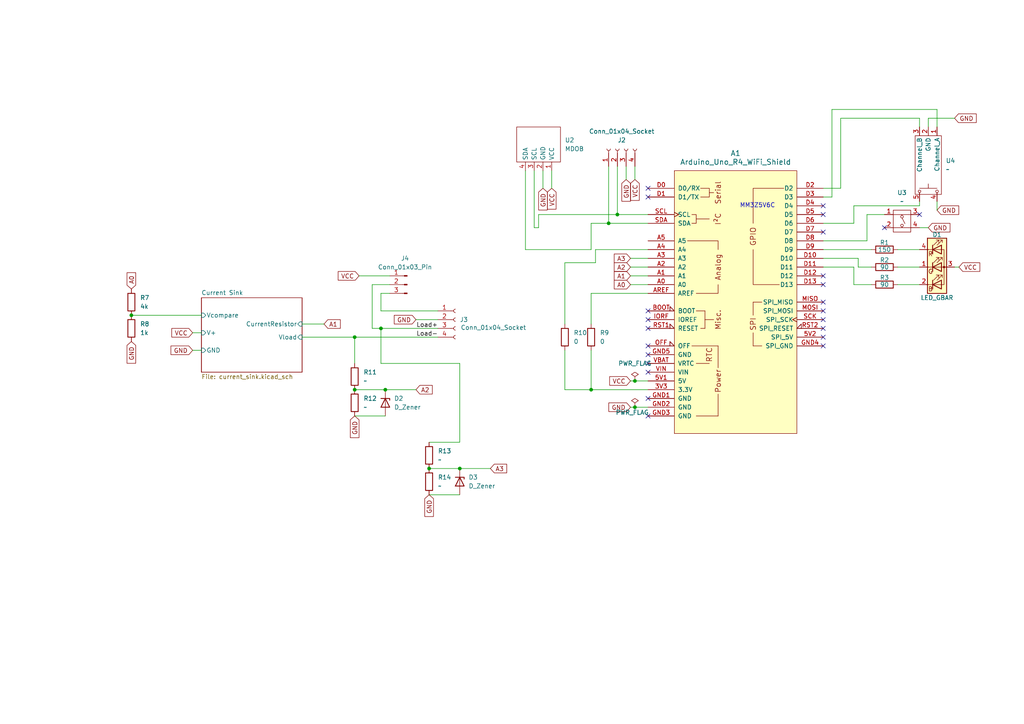
<source format=kicad_sch>
(kicad_sch (version 20250114) (generator "eeschema") (generator_version "9.0")
  (paper "A4")
  (lib_symbols
    (symbol "Connector:Conn_01x03_Pin" (pin_names (offset 1.016) (hide yes))
      (property "Reference" "J" (at 0 5.08 0))
      (property "Value" "Conn_01x03_Pin" (at 0 -5.08 0))
      (symbol "Conn_01x03_Pin_1_1"
        (rectangle (start 0.8636 2.667) (end 0 2.413) (stroke (width 0.1524)) (fill (type outline)))
        (rectangle (start 0.8636 0.127) (end 0 -0.127) (stroke (width 0.1524)) (fill (type outline)))
        (rectangle (start 0.8636 -2.413) (end 0 -2.667) (stroke (width 0.1524)) (fill (type outline)))
        (polyline (pts (xy 1.27 2.54) (xy 0.8636 2.54)) (stroke (width 0.1524)))
        (polyline (pts (xy 1.27 0) (xy 0.8636 0)) (stroke (width 0.1524)))
        (polyline (pts (xy 1.27 -2.54) (xy 0.8636 -2.54)) (stroke (width 0.1524)))
        (pin passive line (at 5.08 2.54 180) (length 3.81) (name "Pin_1") (number "1"))
        (pin passive line (at 5.08 0 180) (length 3.81) (name "Pin_2") (number "2"))
        (pin passive line (at 5.08 -2.54 180) (length 3.81) (name "Pin_3") (number "3"))
      )
    )
    (symbol "Connector:Conn_01x04_Socket" (pin_names (offset 1.016) (hide yes))
      (property "Reference" "J" (at 0 5.08 0))
      (property "Value" "Conn_01x04_Socket" (at 0 -7.62 0))
      (symbol "Conn_01x04_Socket_1_1"
        (polyline (pts (xy -1.27 2.54) (xy -0.508 2.54)) (stroke (width 0.1524)))
        (polyline (pts (xy -1.27 0) (xy -0.508 0)) (stroke (width 0.1524)))
        (polyline (pts (xy -1.27 -2.54) (xy -0.508 -2.54)) (stroke (width 0.1524)))
        (polyline (pts (xy -1.27 -5.08) (xy -0.508 -5.08)) (stroke (width 0.1524)))
        (arc (start 0 2.032) (mid -0.5058 2.54) (end 0 3.048) (stroke (width 0.1524)))
        (arc (start 0 -0.508) (mid -0.5058 0) (end 0 0.508) (stroke (width 0.1524)))
        (arc (start 0 -3.048) (mid -0.5058 -2.54) (end 0 -2.032) (stroke (width 0.1524)))
        (arc (start 0 -5.588) (mid -0.5058 -5.08) (end 0 -4.572) (stroke (width 0.1524)))
        (pin passive line (at -5.08 2.54 0) (length 3.81) (name "Pin_1") (number "1"))
        (pin passive line (at -5.08 0 0) (length 3.81) (name "Pin_2") (number "2"))
        (pin passive line (at -5.08 -2.54 0) (length 3.81) (name "Pin_3") (number "3"))
        (pin passive line (at -5.08 -5.08 0) (length 3.81) (name "Pin_4") (number "4"))
      )
    )
    (symbol "Custom_library:MC32831"
      (property "Reference" "U" (at 2.54 -0.508 0))
      (symbol "MC32831_0_1"
        (rectangle (start 0 2.54) (end 5.08 -3.81))
        (polyline (pts (xy 2.4971 1.2436) (xy 2.4756 1.072)))
        (circle (center 2.54 0.635) (radius 0.381))
        (circle (center 2.54 -1.905) (radius 0.381))
        (polyline (pts (xy 2.54 -2.54) (xy 2.5614 -2.2942)))
        (polyline (pts (xy 2.5828 0.2358) (xy 3.3976 -1.3722)))
        (polyline (pts (xy 5.08 1.27) (xy 0 1.27)))
        (polyline (pts (xy 5.08 -2.54) (xy 0 -2.54)))
      )
      (symbol "MC32831_1_1"
        (pin passive line (at -2.54 1.27 0) (length 2.54) (name "") (number "1"))
        (pin passive line (at -2.54 -2.54 0) (length 2.54) (name "") (number "2"))
        (pin passive line (at 7.62 1.27 180) (length 2.54) (name "") (number "3"))
        (pin passive line (at 7.62 -2.54 180) (length 2.54) (name "") (number "4"))
      )
    )
    (symbol "Custom_library:MDOB128064V2v_WI"
      (property "Reference" "U" (at -4.318 -5.334 0))
      (property "Value" "MDOB" (at 3.048 -5.334 0))
      (symbol "MDOB128064V2v_WI_0_1"
        (rectangle (start -6.35 2.54) (end 6.35 -7.62))
      )
      (symbol "MDOB128064V2v_WI_1_1"
        (pin power_in line (at -3.81 5.08 270) (length 2.54) (name "VCC") (number "1"))
        (pin power_in line (at -1.27 5.08 270) (length 2.54) (name "GND") (number "2"))
        (pin bidirectional line (at 1.27 5.08 270) (length 2.54) (name "SCL") (number "3"))
        (pin bidirectional line (at 3.81 5.08 270) (length 2.54) (name "SDA") (number "4"))
      )
    )
    (symbol "Custom_library:PEC11R-4215K-S0012"
      (property "Reference" "U" (at 0 0 0))
      (symbol "PEC11R-4215K-S0012_0_1"
        (rectangle (start -6.35 3.81) (end 10.668 -3.81))
        (rectangle (start 7.62 0) (end 8.89 0))
        (polyline (pts (xy 8.89 2.54) (xy 8.89 -2.54)))
        (circle (center 9.779 2.54) (radius 0.381))
        (circle (center 9.779 -2.54) (radius 0.381))
      )
      (symbol "PEC11R-4215K-S0012_1_1"
        (pin passive line (at -8.89 2.54 0) (length 2.54) (name "Channel_A") (number "1"))
        (pin power_in line (at -8.89 0 0) (length 2.54) (name "GND") (number "2"))
        (pin passive line (at -8.89 -2.54 0) (length 2.54) (name "Channel_B") (number "3"))
        (pin passive line (at 12.7 2.54 180) (length 2.54) (name "") (number "4"))
        (pin passive line (at 12.7 -2.54 180) (length 2.54) (name "") (number "5"))
      )
    )
    (symbol "Device:D_Zener" (pin_numbers (hide yes)) (pin_names (offset 1.016) (hide yes))
      (property "Reference" "D" (at 0 2.54 0))
      (property "Value" "D_Zener" (at 0 -2.54 0))
      (symbol "D_Zener_0_1"
        (polyline (pts (xy -1.27 -1.27) (xy -1.27 1.27) (xy -0.762 1.27)) (stroke (width 0.254)))
        (polyline (pts (xy 1.27 0) (xy -1.27 0)))
        (polyline (pts (xy 1.27 -1.27) (xy 1.27 1.27) (xy -1.27 0) (xy 1.27 -1.27)) (stroke (width 0.254)))
      )
      (symbol "D_Zener_1_1"
        (pin passive line (at -3.81 0 0) (length 2.54) (name "K") (number "1"))
        (pin passive line (at 3.81 0 180) (length 2.54) (name "A") (number "2"))
      )
    )
    (symbol "Device:LED_GBAR" (pin_names (offset 0) (hide yes))
      (property "Reference" "D" (at 0 9.398 0))
      (property "Value" "LED_GBAR" (at 0 -8.89 0))
      (symbol "LED_GBAR_0_0"
        (text "R" (at -1.905 3.81 0) (effects (font (size 1.27 1.27))))
        (text "G" (at -1.905 -1.27 0) (effects (font (size 1.27 1.27))))
        (text "B" (at -1.905 -6.35 0) (effects (font (size 1.27 1.27))))
      )
      (symbol "LED_GBAR_0_1"
        (polyline (pts (xy -1.27 6.35) (xy -1.27 3.81)) (stroke (width 0.254)))
        (polyline (pts (xy -1.27 6.35) (xy -1.27 3.81) (xy -1.27 3.81)))
        (polyline (pts (xy -1.27 5.08) (xy -2.54 5.08)))
        (polyline (pts (xy -1.27 5.08) (xy 1.27 5.08)))
        (polyline (pts (xy -1.27 1.27) (xy -1.27 -1.27)) (stroke (width 0.254)))
        (polyline (pts (xy -1.27 1.27) (xy -1.27 -1.27) (xy -1.27 -1.27)))
        (polyline (pts (xy -1.27 0) (xy -2.54 0)))
        (polyline (pts (xy -1.27 -3.81) (xy -1.27 -6.35)) (stroke (width 0.254)))
        (polyline (pts (xy -1.27 -5.08) (xy -2.54 -5.08)))
        (polyline (pts (xy -1.27 -5.08) (xy 1.27 -5.08)))
        (polyline (pts (xy -1.016 6.35) (xy 0.508 7.874) (xy -0.254 7.874) (xy 0.508 7.874) (xy 0.508 7.112)))
        (polyline (pts (xy -1.016 1.27) (xy 0.508 2.794) (xy -0.254 2.794) (xy 0.508 2.794) (xy 0.508 2.032)))
        (polyline (pts (xy -1.016 -3.81) (xy 0.508 -2.286) (xy -0.254 -2.286) (xy 0.508 -2.286) (xy 0.508 -3.048)))
        (polyline (pts (xy 0 6.35) (xy 1.524 7.874) (xy 0.762 7.874) (xy 1.524 7.874) (xy 1.524 7.112)))
        (polyline (pts (xy 0 1.27) (xy 1.524 2.794) (xy 0.762 2.794) (xy 1.524 2.794) (xy 1.524 2.032)))
        (polyline (pts (xy 0 -3.81) (xy 1.524 -2.286) (xy 0.762 -2.286) (xy 1.524 -2.286) (xy 1.524 -3.048)))
        (polyline (pts (xy 1.27 6.35) (xy 1.27 3.81) (xy -1.27 5.08) (xy 1.27 6.35)) (stroke (width 0.254)))
        (rectangle (start 1.27 6.35) (end 1.27 6.35))
        (rectangle (start 1.27 3.81) (end 1.27 6.35))
        (polyline (pts (xy 1.27 1.27) (xy 1.27 -1.27) (xy -1.27 0) (xy 1.27 1.27)) (stroke (width 0.254)))
        (rectangle (start 1.27 1.27) (end 1.27 1.27))
        (polyline (pts (xy 1.27 0) (xy -1.27 0)))
        (polyline (pts (xy 1.27 0) (xy 2.54 0)))
        (rectangle (start 1.27 -1.27) (end 1.27 1.27))
        (polyline (pts (xy 1.27 -3.81) (xy 1.27 -6.35) (xy -1.27 -5.08) (xy 1.27 -3.81)) (stroke (width 0.254)))
        (polyline (pts (xy 1.27 -5.08) (xy 2.032 -5.08) (xy 2.032 5.08) (xy 1.27 5.08)))
        (circle (center 2.032 0) (radius 0.254) (fill (type outline)))
        (rectangle (start 2.794 8.382) (end -2.794 -7.62) (stroke (width 0.254)) (fill (type background)))
      )
      (symbol "LED_GBAR_1_1"
        (pin passive line (at -5.08 5.08 0) (length 2.54) (name "RK") (number "4"))
        (pin passive line (at -5.08 0 0) (length 2.54) (name "GK") (number "1"))
        (pin passive line (at -5.08 -5.08 0) (length 2.54) (name "BK") (number "2"))
        (pin passive line (at 5.08 0 180) (length 2.54) (name "A") (number "3"))
      )
    )
    (symbol "Device:R" (pin_numbers (hide yes)) (pin_names (offset 0))
      (property "Reference" "R" (at 2.032 0 90))
      (property "Value" "R" (at 0 0 90))
      (symbol "R_0_1"
        (rectangle (start -1.016 -2.54) (end 1.016 2.54) (stroke (width 0.254)))
      )
      (symbol "R_1_1"
        (pin passive line (at 0 3.81 270) (length 1.27) (name "~") (number "1"))
        (pin passive line (at 0 -3.81 90) (length 1.27) (name "~") (number "2"))
      )
    )
    (symbol "PCM_arduino-library:Arduino_Uno_R4_WiFi_Shield" (pin_names (offset 1.016))
      (property "Reference" "A1" (at 0 43.18 0))
      (property "Value" "Arduino_Uno_R4_WiFi_Shield" (at 0 40.64 0))
      (symbol "Arduino_Uno_R4_WiFi_Shield_0_0"
        (rectangle (start -17.78 38.1) (end 17.78 -38.1) (fill (type background)))
        (polyline (pts (xy -12.7 25.4) (xy -11.43 25.4) (xy -11.43 22.86) (xy -12.7 22.86)))
        (rectangle (start -12.7 -12.7) (end -5.08 -12.7))
        (polyline (pts (xy -11.43 24.13) (xy -7.62 24.13)))
        (rectangle (start -11.43 -33.02) (end -5.08 -33.02))
        (polyline (pts (xy -10.16 33.02) (xy -7.62 33.02) (xy -7.62 30.48) (xy -10.16 30.48)))
        (rectangle (start -10.16 -7.62) (end -8.89 -7.62))
        (rectangle (start -8.89 -2.54) (end -11.43 -2.54))
        (rectangle (start -8.89 -5.08) (end -6.35 -5.08))
        (rectangle (start -8.89 -7.62) (end -8.89 -2.54))
        (polyline (pts (xy -7.62 31.75) (xy -6.35 31.75)))
        (polyline (pts (xy -5.08 15.24) (xy -5.08 17.78) (xy -13.97 17.78)))
        (polyline (pts (xy -5.08 5.08) (xy -5.08 2.54) (xy -11.43 2.54)))
        (polyline (pts (xy -5.08 -12.7) (xy -5.08 -19.05)))
        (polyline (pts (xy -5.08 -26.67) (xy -5.08 -33.02)))
        (polyline (pts (xy 5.08 22.86) (xy 5.08 33.02) (xy 13.97 33.02)))
        (polyline (pts (xy 5.08 15.24) (xy 5.08 5.08) (xy 12.7 5.08)))
        (rectangle (start 5.08 -3.81) (end 5.08 0))
        (rectangle (start 5.08 -12.7) (end 5.08 -8.89))
        (rectangle (start 5.08 -12.7) (end 7.62 -12.7))
        (rectangle (start 7.62 0) (end 5.08 0))
        (text "RTC" (at -7.62 -15.24 900) (effects (font (size 1.524 1.524))))
        (text "Serial" (at -5.08 31.75 900) (effects (font (size 1.524 1.524))))
        (text "I²C" (at -5.08 24.13 900) (effects (font (size 1.524 1.524))))
        (text "Analog" (at -5.08 10.16 900) (effects (font (size 1.524 1.524))))
        (text "Misc." (at -5.08 -5.08 900) (effects (font (size 1.524 1.524))))
        (text "Power" (at -5.08 -22.86 900) (effects (font (size 1.524 1.524))))
        (text "SPI" (at 5.08 -6.35 900) (effects (font (size 1.524 1.524))))
      )
      (symbol "Arduino_Uno_R4_WiFi_Shield_0_1"
        (polyline (pts (xy -11.43 -17.78) (xy -7.62 -17.78)))
      )
      (symbol "Arduino_Uno_R4_WiFi_Shield_1_0"
        (text "GPIO" (at 5.08 19.05 900) (effects (font (size 1.524 1.524))))
      )
      (symbol "Arduino_Uno_R4_WiFi_Shield_1_1"
        (pin bidirectional line (at -25.4 33.02 0) (length 7.62) (name "D0/RX") (number "D0"))
        (pin bidirectional line (at -25.4 30.48 0) (length 7.62) (name "D1/TX") (number "D1"))
        (pin bidirectional clock (at -25.4 25.4 0) (length 7.62) (name "SCL") (number "SCL"))
        (pin bidirectional line (at -25.4 22.86 0) (length 7.62) (name "SDA") (number "SDA"))
        (pin bidirectional line (at -25.4 17.78 0) (length 7.62) (name "A5") (number "A5"))
        (pin bidirectional line (at -25.4 15.24 0) (length 7.62) (name "A4") (number "A4"))
        (pin bidirectional line (at -25.4 12.7 0) (length 7.62) (name "A3") (number "A3"))
        (pin bidirectional line (at -25.4 10.16 0) (length 7.62) (name "A2") (number "A2"))
        (pin bidirectional line (at -25.4 7.62 0) (length 7.62) (name "A1") (number "A1"))
        (pin bidirectional line (at -25.4 5.08 0) (length 7.62) (name "A0") (number "A0"))
        (pin input line (at -25.4 2.54 0) (length 7.62) (name "AREF") (number "AREF"))
        (pin input input_low (at -25.4 -2.54 0) (length 7.62) (name "BOOT") (number "BOOT"))
        (pin output line (at -25.4 -5.08 0) (length 7.62) (name "IOREF") (number "IORF"))
        (pin open_collector input_low (at -25.4 -7.62 0) (length 7.62) (name "RESET") (number "RST1"))
        (pin input input_low (at -25.4 -12.7 0) (length 7.62) (name "OFF") (number "OFF"))
        (pin power_in line (at -25.4 -15.24 0) (length 7.62) (name "GND") (number "GND5"))
        (pin power_in line (at -25.4 -17.78 0) (length 7.62) (name "VRTC") (number "VBAT"))
        (pin power_in line (at -25.4 -20.32 0) (length 7.62) (name "VIN") (number "VIN"))
        (pin power_in line (at -25.4 -22.86 0) (length 7.62) (name "5V") (number "5V1"))
        (pin power_out line (at -25.4 -25.4 0) (length 7.62) (name "3.3V") (number "3V3"))
        (pin power_in line (at -25.4 -27.94 0) (length 7.62) (name "GND") (number "GND1"))
        (pin power_in line (at -25.4 -30.48 0) (length 7.62) (name "GND") (number "GND2"))
        (pin power_in line (at -25.4 -33.02 0) (length 7.62) (name "GND") (number "GND3"))
        (pin bidirectional line (at 25.4 33.02 180) (length 7.62) (name "D2") (number "D2"))
        (pin bidirectional line (at 25.4 30.48 180) (length 7.62) (name "D3") (number "D3"))
        (pin bidirectional line (at 25.4 27.94 180) (length 7.62) (name "D4") (number "D4"))
        (pin bidirectional line (at 25.4 25.4 180) (length 7.62) (name "D5") (number "D5"))
        (pin bidirectional line (at 25.4 22.86 180) (length 7.62) (name "D6") (number "D6"))
        (pin bidirectional line (at 25.4 20.32 180) (length 7.62) (name "D7") (number "D7"))
        (pin bidirectional line (at 25.4 17.78 180) (length 7.62) (name "D8") (number "D8"))
        (pin bidirectional line (at 25.4 15.24 180) (length 7.62) (name "D9") (number "D9"))
        (pin bidirectional line (at 25.4 12.7 180) (length 7.62) (name "D10") (number "D10"))
        (pin bidirectional line (at 25.4 10.16 180) (length 7.62) (name "D11") (number "D11"))
        (pin bidirectional line (at 25.4 7.62 180) (length 7.62) (name "D12") (number "D12"))
        (pin bidirectional line (at 25.4 5.08 180) (length 7.62) (name "D13") (number "D13"))
        (pin input line (at 25.4 0 180) (length 7.62) (name "SPI_MISO") (number "MISO"))
        (pin output line (at 25.4 -2.54 180) (length 7.62) (name "SPI_MOSI") (number "MOSI"))
        (pin output clock (at 25.4 -5.08 180) (length 7.62) (name "SPI_SCK") (number "SCK"))
        (pin open_collector input_low (at 25.4 -7.62 180) (length 7.62) (name "SPI_RESET") (number "RST2"))
        (pin power_in line (at 25.4 -10.16 180) (length 7.62) (name "SPI_5V") (number "5V2"))
        (pin power_in line (at 25.4 -12.7 180) (length 7.62) (name "SPI_GND") (number "GND4"))
      )
    )
    (symbol "power:PWR_FLAG" (power) (pin_numbers (hide yes)) (pin_names (offset 0) (hide yes))
      (property "Value" "PWR_FLAG" (at 0 3.81 0))
      (symbol "PWR_FLAG_0_0"
        (pin power_out line (at 0 0 90) (length 0) (name "~") (number "1"))
      )
      (symbol "PWR_FLAG_0_1"
        (polyline (pts (xy 0 0) (xy 0 1.27) (xy -1.016 1.905) (xy 0 2.54) (xy 1.016 1.905) (xy 0 1.27)))
      )
    )
  )
  (text "MM3Z5V6C" (at 219.71 59.69 0) (effects (font (size 1.27 1.27))))
  (junction (at 102.87 113.03))
  (junction (at 184.15 118.11))
  (junction (at 133.35 135.89))
  (junction (at 110.49 95.25))
  (junction (at 184.15 110.49))
  (junction (at 179.07 62.23))
  (junction (at 124.46 135.89))
  (junction (at 176.53 64.77))
  (junction (at 171.45 113.03))
  (junction (at 111.76 113.03))
  (junction (at 102.87 97.79))
  (junction (at 38.1 91.44))
  (no_connect (at 238.76 90.17))
  (no_connect (at 238.76 82.55))
  (no_connect (at 238.76 92.71))
  (no_connect (at 238.76 95.25))
  (no_connect (at 187.96 107.95))
  (no_connect (at 256.54 66.04))
  (no_connect (at 238.76 100.33))
  (no_connect (at 187.96 120.65))
  (no_connect (at 187.96 100.33))
  (no_connect (at 238.76 97.79))
  (no_connect (at 187.96 90.17))
  (no_connect (at 187.96 95.25))
  (no_connect (at 238.76 67.31))
  (no_connect (at 187.96 115.57))
  (no_connect (at 238.76 80.01))
  (no_connect (at 266.7 62.23))
  (no_connect (at 187.96 57.15))
  (no_connect (at 187.96 105.41))
  (no_connect (at 238.76 62.23))
  (no_connect (at 238.76 59.69))
  (no_connect (at 238.76 87.63))
  (no_connect (at 187.96 102.87))
  (no_connect (at 187.96 54.61))
  (no_connect (at 187.96 92.71))
  (wire (pts (xy 120.65 92.71) (xy 127 92.71)))
  (wire (pts (xy 133.35 128.27) (xy 124.46 128.27)))
  (wire (pts (xy 187.96 113.03) (xy 171.45 113.03)))
  (wire (pts (xy 156.21 62.23) (xy 179.07 62.23)))
  (wire (pts (xy 171.45 85.09) (xy 187.96 85.09)))
  (wire (pts (xy 243.84 54.61) (xy 243.84 34.29)))
  (wire (pts (xy 248.92 77.47) (xy 252.73 77.47)))
  (wire (pts (xy 266.7 34.29) (xy 266.7 36.83)))
  (wire (pts (xy 182.88 74.93) (xy 187.96 74.93)))
  (wire (pts (xy 156.21 66.04) (xy 156.21 62.23)))
  (wire (pts (xy 110.49 85.09) (xy 110.49 90.17)))
  (wire (pts (xy 102.87 97.79) (xy 127 97.79)))
  (wire (pts (xy 252.73 82.55) (xy 247.65 82.55)))
  (wire (pts (xy 104.14 80.01) (xy 113.03 80.01)))
  (wire (pts (xy 171.45 101.6) (xy 171.45 113.03)))
  (wire (pts (xy 172.72 76.2) (xy 172.72 72.39)))
  (wire (pts (xy 266.7 59.69) (xy 266.7 58.42)))
  (wire (pts (xy 176.53 64.77) (xy 187.96 64.77)))
  (wire (pts (xy 251.46 62.23) (xy 256.54 62.23)))
  (wire (pts (xy 251.46 62.23) (xy 251.46 69.85)))
  (wire (pts (xy 248.92 74.93) (xy 248.92 77.47)))
  (wire (pts (xy 171.45 85.09) (xy 171.45 93.98)))
  (wire (pts (xy 171.45 72.39) (xy 171.45 64.77)))
  (wire (pts (xy 271.78 31.75) (xy 241.3 31.75)))
  (wire (pts (xy 271.78 58.42) (xy 271.78 60.96)))
  (wire (pts (xy 260.35 72.39) (xy 266.7 72.39)))
  (wire (pts (xy 247.65 77.47) (xy 238.76 77.47)))
  (wire (pts (xy 160.02 49.53) (xy 160.02 54.61)))
  (wire (pts (xy 276.86 77.47) (xy 278.13 77.47)))
  (wire (pts (xy 182.88 82.55) (xy 187.96 82.55)))
  (wire (pts (xy 182.88 118.11) (xy 184.15 118.11)))
  (wire (pts (xy 184.15 48.26) (xy 184.15 52.07)))
  (wire (pts (xy 110.49 105.41) (xy 133.35 105.41)))
  (wire (pts (xy 241.3 31.75) (xy 241.3 57.15)))
  (wire (pts (xy 163.83 93.98) (xy 163.83 76.2)))
  (wire (pts (xy 110.49 90.17) (xy 127 90.17)))
  (wire (pts (xy 163.83 113.03) (xy 171.45 113.03)))
  (wire (pts (xy 110.49 95.25) (xy 110.49 105.41)))
  (wire (pts (xy 179.07 62.23) (xy 187.96 62.23)))
  (wire (pts (xy 142.24 135.89) (xy 133.35 135.89)))
  (wire (pts (xy 238.76 57.15) (xy 241.3 57.15)))
  (wire (pts (xy 107.95 82.55) (xy 107.95 95.25)))
  (wire (pts (xy 243.84 34.29) (xy 266.7 34.29)))
  (wire (pts (xy 176.53 48.26) (xy 176.53 64.77)))
  (wire (pts (xy 102.87 97.79) (xy 102.87 105.41)))
  (wire (pts (xy 247.65 64.77) (xy 247.65 59.69)))
  (wire (pts (xy 238.76 64.77) (xy 247.65 64.77)))
  (wire (pts (xy 87.63 97.79) (xy 102.87 97.79)))
  (wire (pts (xy 157.48 49.53) (xy 157.48 54.61)))
  (wire (pts (xy 113.03 82.55) (xy 107.95 82.55)))
  (wire (pts (xy 260.35 82.55) (xy 266.7 82.55)))
  (wire (pts (xy 110.49 95.25) (xy 127 95.25)))
  (wire (pts (xy 184.15 110.49) (xy 187.96 110.49)))
  (wire (pts (xy 172.72 72.39) (xy 187.96 72.39)))
  (wire (pts (xy 269.24 34.29) (xy 276.86 34.29)))
  (wire (pts (xy 152.4 72.39) (xy 171.45 72.39)))
  (wire (pts (xy 87.63 93.98) (xy 93.98 93.98)))
  (wire (pts (xy 269.24 36.83) (xy 269.24 34.29)))
  (wire (pts (xy 120.65 113.03) (xy 111.76 113.03)))
  (wire (pts (xy 55.88 96.52) (xy 58.42 96.52)))
  (wire (pts (xy 154.94 66.04) (xy 154.94 49.53)))
  (wire (pts (xy 182.88 77.47) (xy 187.96 77.47)))
  (wire (pts (xy 238.76 54.61) (xy 243.84 54.61)))
  (wire (pts (xy 184.15 118.11) (xy 187.96 118.11)))
  (wire (pts (xy 152.4 49.53) (xy 152.4 72.39)))
  (wire (pts (xy 179.07 62.23) (xy 179.07 48.26)))
  (wire (pts (xy 102.87 120.65) (xy 111.76 120.65)))
  (wire (pts (xy 238.76 74.93) (xy 248.92 74.93)))
  (wire (pts (xy 238.76 72.39) (xy 252.73 72.39)))
  (wire (pts (xy 251.46 69.85) (xy 238.76 69.85)))
  (wire (pts (xy 266.7 66.04) (xy 269.24 66.04)))
  (wire (pts (xy 133.35 135.89) (xy 124.46 135.89)))
  (wire (pts (xy 182.88 110.49) (xy 184.15 110.49)))
  (wire (pts (xy 156.21 66.04) (xy 154.94 66.04)))
  (wire (pts (xy 260.35 77.47) (xy 266.7 77.47)))
  (wire (pts (xy 55.88 101.6) (xy 58.42 101.6)))
  (wire (pts (xy 111.76 113.03) (xy 102.87 113.03)))
  (wire (pts (xy 171.45 64.77) (xy 176.53 64.77)))
  (wire (pts (xy 124.46 143.51) (xy 133.35 143.51)))
  (wire (pts (xy 247.65 59.69) (xy 266.7 59.69)))
  (wire (pts (xy 107.95 95.25) (xy 110.49 95.25)))
  (wire (pts (xy 247.65 82.55) (xy 247.65 77.47)))
  (wire (pts (xy 271.78 36.83) (xy 271.78 31.75)))
  (wire (pts (xy 133.35 105.41) (xy 133.35 128.27)))
  (wire (pts (xy 181.61 48.26) (xy 181.61 52.07)))
  (wire (pts (xy 163.83 76.2) (xy 172.72 76.2)))
  (wire (pts (xy 163.83 101.6) (xy 163.83 113.03)))
  (wire (pts (xy 113.03 85.09) (xy 110.49 85.09)))
  (wire (pts (xy 182.88 80.01) (xy 187.96 80.01)))
  (wire (pts (xy 38.1 91.44) (xy 58.42 91.44)))
  (label "Load-" (at 127 97.79 180))
  (label "Load+" (at 127 95.25 180))
  (global_label "GND" (shape input) (at 120.65 92.71 180) (property "Intersheetrefs" "${INTERSHEET_REFS}" (effects (hide yes))))
  (global_label "VCC" (shape input) (at 104.14 80.01 180) (property "Intersheetrefs" "${INTERSHEET_REFS}" (effects (hide yes))))
  (global_label "GND" (shape input) (at 102.87 120.65 270) (property "Intersheetrefs" "${INTERSHEET_REFS}" (effects (hide yes))))
  (global_label "A0" (shape input) (at 182.88 82.55 180) (property "Intersheetrefs" "${INTERSHEET_REFS}" (effects (hide yes))))
  (global_label "A1" (shape input) (at 93.98 93.98 0) (property "Intersheetrefs" "${INTERSHEET_REFS}" (effects (hide yes))))
  (global_label "GND" (shape input) (at 269.24 66.04 0) (property "Intersheetrefs" "${INTERSHEET_REFS}" (effects (hide yes))))
  (global_label "VCC" (shape input) (at 55.88 96.52 180) (property "Intersheetrefs" "${INTERSHEET_REFS}" (effects (hide yes))))
  (global_label "A0" (shape input) (at 38.1 83.82 90) (property "Intersheetrefs" "${INTERSHEET_REFS}" (effects (hide yes))))
  (global_label "GND" (shape input) (at 38.1 99.06 270) (property "Intersheetrefs" "${INTERSHEET_REFS}" (effects (hide yes))))
  (global_label "VCC" (shape input) (at 278.13 77.47 0) (property "Intersheetrefs" "${INTERSHEET_REFS}" (effects (hide yes))))
  (global_label "GND" (shape input) (at 124.46 143.51 270) (property "Intersheetrefs" "${INTERSHEET_REFS}" (effects (hide yes))))
  (global_label "A1" (shape input) (at 182.88 80.01 180) (property "Intersheetrefs" "${INTERSHEET_REFS}" (effects (hide yes))))
  (global_label "VCC" (shape input) (at 182.88 110.49 180) (property "Intersheetrefs" "${INTERSHEET_REFS}" (effects (hide yes))))
  (global_label "GND" (shape input) (at 55.88 101.6 180) (property "Intersheetrefs" "${INTERSHEET_REFS}" (effects (hide yes))))
  (global_label "GND" (shape input) (at 276.86 34.29 0) (property "Intersheetrefs" "${INTERSHEET_REFS}" (effects (hide yes))))
  (global_label "GND" (shape input) (at 157.48 54.61 270) (property "Intersheetrefs" "${INTERSHEET_REFS}" (effects (hide yes))))
  (global_label "A3" (shape input) (at 142.24 135.89 0) (property "Intersheetrefs" "${INTERSHEET_REFS}" (effects (hide yes))))
  (global_label "A3" (shape input) (at 182.88 74.93 180) (property "Intersheetrefs" "${INTERSHEET_REFS}" (effects (hide yes))))
  (global_label "VCC" (shape input) (at 184.15 52.07 270) (property "Intersheetrefs" "${INTERSHEET_REFS}" (effects (hide yes))))
  (global_label "GND" (shape input) (at 271.78 60.96 0) (property "Intersheetrefs" "${INTERSHEET_REFS}" (effects (hide yes))))
  (global_label "A2" (shape input) (at 120.65 113.03 0) (property "Intersheetrefs" "${INTERSHEET_REFS}" (effects (hide yes))))
  (global_label "A2" (shape input) (at 182.88 77.47 180) (property "Intersheetrefs" "${INTERSHEET_REFS}" (effects (hide yes))))
  (global_label "GND" (shape input) (at 181.61 52.07 270) (property "Intersheetrefs" "${INTERSHEET_REFS}" (effects (hide yes))))
  (global_label "VCC" (shape input) (at 160.02 54.61 270) (property "Intersheetrefs" "${INTERSHEET_REFS}" (effects (hide yes))))
  (global_label "GND" (shape input) (at 182.88 118.11 180) (property "Intersheetrefs" "${INTERSHEET_REFS}" (effects (hide yes))))
  (symbol (lib_id "Device:R") (at 163.83 97.79 0) (unit 1)
    (property "Reference" "R10" (at 166.37 96.5199 0) (effects (justify left)))
    (property "Value" "0" (at 166.37 99.0599 0) (effects (justify left)))
    (property "Footprint" "Resistor_SMD:R_2512_6332Metric_Pad1.40x3.35mm_HandSolder" (effects (hide yes)))
    (property "Description" "Resistor" (effects (hide yes)))
  )
  (symbol (lib_id "Connector:Conn_01x04_Socket") (at 132.08 92.71 0) (unit 1)
    (property "Reference" "J3" (at 133.35 92.7099 0) (effects (justify left)))
    (property "Value" "Conn_01x04_Socket" (at 133.604 94.996 0) (effects (justify left)))
    (property "Footprint" "Connector_Phoenix_MSTB:PhoenixContact_MSTBVA_2,5_4-G-5,08_1x04_P5.08mm_Vertical" (effects (hide yes)))
    (property "Description" "Generic connector, single row, 01x04, script generated" (effects (hide yes)))
  )
  (symbol (lib_id "Device:R") (at 38.1 87.63 0) (unit 1)
    (property "Reference" "R7" (at 40.64 86.3599 0) (effects (justify left)))
    (property "Value" "4k" (at 40.64 88.8999 0) (effects (justify left)))
    (property "Footprint" "Resistor_SMD:R_2512_6332Metric_Pad1.40x3.35mm_HandSolder" (effects (hide yes)))
    (property "Description" "Resistor" (effects (hide yes)))
  )
  (symbol (lib_id "Device:D_Zener") (at 111.76 116.84 270) (unit 1)
    (property "Reference" "D2" (at 114.3 115.5699 90) (effects (justify left)))
    (property "Value" "D_Zener" (at 114.3 118.1099 90) (effects (justify left)))
    (property "Footprint" "Diode_SMD:D_SOD-123" (effects (hide yes)))
    (property "Description" "Zener diode" (effects (hide yes)))
  )
  (symbol (lib_id "power:PWR_FLAG") (at 184.15 118.11 0) (unit 1)
    (property "Reference" "#FLG02" (effects (hide yes)))
    (property "Value" "PWR_FLAG" (at 183.388 119.634 0))
    (property "Description" "Special symbol for telling ERC where power comes from" (effects (hide yes)))
  )
  (symbol (lib_id "power:PWR_FLAG") (at 184.15 110.49 0) (unit 1)
    (property "Reference" "#FLG01" (effects (hide yes)))
    (property "Value" "PWR_FLAG" (at 184.15 105.41 0))
    (property "Description" "Special symbol for telling ERC where power comes from" (effects (hide yes)))
  )
  (symbol (lib_id "Device:R") (at 124.46 132.08 0) (unit 1)
    (property "Reference" "R13" (at 127 130.8099 0) (effects (justify left)))
    (property "Value" "~" (at 127 133.3499 0) (effects (justify left)))
    (property "Footprint" "Resistor_SMD:R_2512_6332Metric_Pad1.40x3.35mm_HandSolder" (effects (hide yes)))
    (property "Description" "Resistor" (effects (hide yes)))
  )
  (symbol (lib_id "Device:R") (at 102.87 109.22 0) (unit 1)
    (property "Reference" "R11" (at 105.41 107.9499 0) (effects (justify left)))
    (property "Value" "~" (at 105.41 110.4899 0) (effects (justify left)))
    (property "Footprint" "Resistor_SMD:R_2512_6332Metric_Pad1.40x3.35mm_HandSolder" (effects (hide yes)))
    (property "Description" "Resistor" (effects (hide yes)))
  )
  (symbol (lib_id "Device:R") (at 171.45 97.79 0) (unit 1)
    (property "Reference" "R9" (at 173.99 96.5199 0) (effects (justify left)))
    (property "Value" "0" (at 173.99 99.0599 0) (effects (justify left)))
    (property "Footprint" "Resistor_SMD:R_2512_6332Metric_Pad1.40x3.35mm_HandSolder" (effects (hide yes)))
    (property "Description" "Resistor" (effects (hide yes)))
  )
  (symbol (lib_id "PCM_arduino-library:Arduino_Uno_R4_WiFi_Shield") (at 213.36 87.63 0) (unit 1)
    (property "Reference" "A1" (at 213.36 44.45 0) (effects (font (size 1.524 1.524))))
    (property "Value" "Arduino_Uno_R4_WiFi_Shield" (at 213.36 46.99 0) (effects (font (size 1.524 1.524))))
    (property "Footprint" "PCM_arduino-library:Arduino_Uno_R4_WiFi_Shield" (effects (hide yes)))
    (property "Datasheet" "https://docs.arduino.cc/hardware/uno-r4-wifi" (effects (hide yes)))
    (property "Description" "Shield for Arduino Uno R4 WiFi" (effects (hide yes)))
  )
  (symbol (lib_id "Custom_library:PEC11R-4215K-S0012") (at 269.24 45.72 270) (unit 1)
    (property "Reference" "U4" (at 274.32 46.6089 90) (effects (justify left)))
    (property "Value" "~" (at 274.32 49.1489 90) (effects (justify left)))
    (property "Footprint" "Custom_footprints:PEC11R-4215K-S0012" (effects (hide yes)))
  )
  (symbol (lib_id "Device:D_Zener") (at 133.35 139.7 270) (unit 1)
    (property "Reference" "D3" (at 135.89 138.4299 90) (effects (justify left)))
    (property "Value" "D_Zener" (at 135.89 140.9699 90) (effects (justify left)))
    (property "Footprint" "Diode_SMD:D_SOD-123" (effects (hide yes)))
    (property "Description" "Zener diode" (effects (hide yes)))
  )
  (symbol (lib_id "Device:R") (at 124.46 139.7 0) (unit 1)
    (property "Reference" "R14" (at 127 138.4299 0) (effects (justify left)))
    (property "Value" "~" (at 127 140.9699 0) (effects (justify left)))
    (property "Footprint" "Resistor_SMD:R_2512_6332Metric_Pad1.40x3.35mm_HandSolder" (effects (hide yes)))
    (property "Description" "Resistor" (effects (hide yes)))
  )
  (symbol (lib_id "Connector:Conn_01x04_Socket") (at 179.07 43.18 90) (unit 1)
    (property "Reference" "J2" (at 180.34 40.64 90))
    (property "Value" "Conn_01x04_Socket" (at 180.34 38.1 90))
    (property "Footprint" "Connector:NS-Tech_Grove_1x04_P2mm_Vertical" (effects (hide yes)))
    (property "Datasheet" "kicad-embed://Connector_i2c.pdf" (effects (hide yes)))
    (property "Description" "Generic connector, single row, 01x04, script generated" (effects (hide yes)))
  )
  (symbol (lib_id "Device:R") (at 102.87 116.84 0) (unit 1)
    (property "Reference" "R12" (at 105.41 115.5699 0) (effects (justify left)))
    (property "Value" "~" (at 105.41 118.1099 0) (effects (justify left)))
    (property "Footprint" "Resistor_SMD:R_2512_6332Metric_Pad1.40x3.35mm_HandSolder" (effects (hide yes)))
    (property "Description" "Resistor" (effects (hide yes)))
  )
  (symbol (lib_id "Custom_library:MC32831") (at 259.08 63.5 0) (unit 1)
    (property "Reference" "U3" (at 261.62 55.88 0))
    (property "Value" "~" (at 261.62 58.42 0))
    (property "Footprint" "Custom_footprints:MC32831" (effects (hide yes)))
  )
  (symbol (lib_id "Device:R") (at 256.54 72.39 90) (unit 1)
    (property "Reference" "R1" (at 256.54 70.358 90))
    (property "Value" "150" (at 256.54 72.39 90))
    (property "Footprint" "Resistor_SMD:R_2512_6332Metric_Pad1.40x3.35mm_HandSolder" (effects (hide yes)))
    (property "Description" "Resistor" (effects (hide yes)))
  )
  (symbol (lib_id "Device:R") (at 256.54 77.47 90) (unit 1)
    (property "Reference" "R2" (at 256.54 75.438 90))
    (property "Value" "90" (at 256.54 77.47 90))
    (property "Footprint" "Resistor_SMD:R_2512_6332Metric_Pad1.40x3.35mm_HandSolder" (effects (hide yes)))
    (property "Description" "Resistor" (effects (hide yes)))
  )
  (symbol (lib_id "Device:R") (at 38.1 95.25 0) (unit 1)
    (property "Reference" "R8" (at 40.64 93.9799 0) (effects (justify left)))
    (property "Value" "1k" (at 40.64 96.5199 0) (effects (justify left)))
    (property "Footprint" "Resistor_SMD:R_2512_6332Metric_Pad1.40x3.35mm_HandSolder" (effects (hide yes)))
    (property "Description" "Resistor" (effects (hide yes)))
  )
  (symbol (lib_id "Custom_library:MDOB128064V2v_WI") (at 156.21 44.45 180) (unit 1)
    (property "Reference" "U2" (at 163.83 40.6399 0) (effects (justify right)))
    (property "Value" "MDOB" (at 163.83 43.1799 0) (effects (justify right)))
    (property "Footprint" "Custom_footprints:MDOB128064V2V-WI" (effects (hide yes)))
    (property "Datasheet" "kicad-embed://display_oled.pdf" (effects (hide yes)))
  )
  (symbol (lib_id "Connector:Conn_01x03_Pin") (at 118.11 82.55 0) (mirror y) (unit 1)
    (property "Reference" "J4" (at 117.475 74.93 0))
    (property "Value" "Conn_01x03_Pin" (at 117.475 77.47 0))
    (property "Footprint" "Connector_PinHeader_1.27mm:PinHeader_1x03_P1.27mm_Vertical" (effects (hide yes)))
    (property "Description" "Generic connector, single row, 01x03, script generated" (effects (hide yes)))
  )
  (symbol (lib_id "Device:R") (at 256.54 82.55 90) (unit 1)
    (property "Reference" "R3" (at 256.54 80.518 90))
    (property "Value" "90" (at 256.54 82.55 90))
    (property "Footprint" "Resistor_SMD:R_2512_6332Metric_Pad1.40x3.35mm_HandSolder" (effects (hide yes)))
    (property "Description" "Resistor" (effects (hide yes)))
  )
  (symbol (lib_id "Device:LED_GBAR") (at 271.78 77.47 0) (unit 1)
    (property "Reference" "D1" (at 271.78 68.072 0))
    (property "Value" "LED_GBAR" (at 271.78 86.36 0))
    (property "Footprint" "LED_THT:LED_D5.0mm-4_RGB" (effects (hide yes)))
    (property "Description" "RGB LED, green/blue/anode/red" (effects (hide yes)))
  )
  (sheet (at 58.42 86.36) (size 29.21 21.59) (stroke (width 0.1524))
    (property "Sheetname" "Current Sink" (at 58.42 85.6484 0) (effects (justify left bottom)))
    (property "Sheetfile" "current_sink.kicad_sch" (at 58.42 108.5346 0) (effects (justify left top)))
    (pin "CurrentResistor" input (at 87.63 93.98 0))
    (pin "GND" input (at 58.42 101.6 180))
    (pin "V+" input (at 58.42 96.52 180))
    (pin "Vcompare" input (at 58.42 91.44 180))
    (pin "Vload" input (at 87.63 97.79 0))
  )
)
</source>
